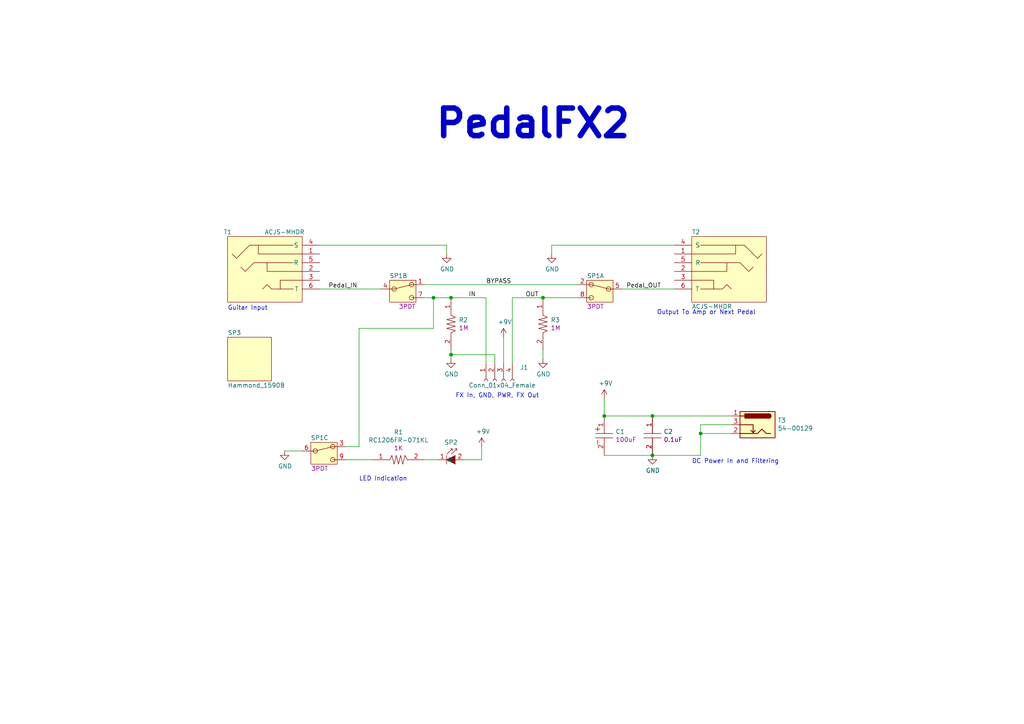
<source format=kicad_sch>
(kicad_sch (version 20230121) (generator eeschema)
  (paper "A4")
  (lib_symbols
    (symbol "PedalFX2_PedalTemp-rescue:3PDT-StompSwitch_Alt-Special" (pin_names (offset 1.016))
      (property "Reference" "SP" (at -8.89 3.81 0))
      (property "Value" "Special_3PDT-StompSwitch_Alt" (at 0 -5.08 0))
      (property "_Value_" "3PDT" (at 58.42 63.5 0))
      (symbol "3PDT-StompSwitch_Alt-Special_1_1"
        (rectangle (start -3.81 2.54) (end 3.81 -3.81) (fill (type background)))
        (circle (center -2.54 0) (radius 0.635))
        (polyline (pts (xy -2.54 0) (xy -3.81 0)))
        (polyline (pts (xy -2.54 0) (xy 2.54 1.27)))
        (polyline (pts (xy 3.81 -2.54) (xy 2.54 -2.54)))
        (polyline (pts (xy 3.81 1.27) (xy 2.54 1.27)))
        (circle (center 2.54 -2.54) (radius 0.635))
        (circle (center 2.54 1.27) (radius 0.635))
        (pin passive line (at 6.35 1.27 180) (length 2.54) (name "~") (number "2"))
        (pin passive line (at -6.35 0 0) (length 2.54) (name "~") (number "5"))
        (pin passive line (at 6.35 -2.54 180) (length 2.54) (name "~") (number "8"))
      )
      (symbol "3PDT-StompSwitch_Alt-Special_2_1"
        (rectangle (start -3.81 2.54) (end 3.81 2.54))
        (circle (center -2.54 0) (radius 0.635))
        (polyline (pts (xy -3.81 0) (xy -2.54 0)))
        (polyline (pts (xy -2.54 0) (xy 2.54 1.27)))
        (polyline (pts (xy 2.54 -2.54) (xy 3.81 -2.54)))
        (polyline (pts (xy 3.81 1.27) (xy 2.54 1.27)))
        (circle (center 2.54 -2.54) (radius 0.635))
        (circle (center 2.54 1.27) (radius 0.635))
        (rectangle (start 3.81 2.54) (end -3.81 -3.81) (fill (type background)))
        (pin passive line (at 6.35 1.27 180) (length 2.54) (name "~") (number "1"))
        (pin passive line (at -6.35 0 0) (length 2.54) (name "~") (number "4"))
        (pin passive line (at 6.35 -2.54 180) (length 2.54) (name "~") (number "7"))
      )
      (symbol "3PDT-StompSwitch_Alt-Special_3_1"
        (rectangle (start -3.81 2.54) (end 3.81 -3.81) (fill (type background)))
        (circle (center -2.54 0) (radius 0.635))
        (polyline (pts (xy -2.54 0) (xy -3.81 0)))
        (polyline (pts (xy -2.54 0) (xy 2.54 1.27)))
        (polyline (pts (xy 2.54 -2.54) (xy 3.81 -2.54)))
        (polyline (pts (xy 3.81 1.27) (xy 2.54 1.27)))
        (circle (center 2.54 -2.54) (radius 0.635))
        (circle (center 2.54 1.27) (radius 0.635))
        (pin passive line (at 6.35 1.27 180) (length 2.54) (name "~") (number "3"))
        (pin passive line (at -6.35 0 0) (length 2.54) (name "~") (number "6"))
        (pin passive line (at 6.35 -2.54 180) (length 2.54) (name "~") (number "9"))
      )
    )
    (symbol "PedalFX2_PedalTemp-rescue:54-00129-Connectors" (pin_names (offset 1.016))
      (property "Reference" "T" (at -5.08 5.08 0))
      (property "Value" "Connectors_54-00129" (at 0 -5.08 0))
      (symbol "54-00129-Connectors_1_1"
        (rectangle (start -5.08 3.81) (end 5.08 -3.81) (stroke (width 0.254)) (fill (type background)))
        (arc (start -3.302 3.175) (mid -3.9343 2.54) (end -3.302 1.905) (stroke (width 0.254)))
        (arc (start -3.302 3.175) (mid -3.9343 2.54) (end -3.302 1.905) (stroke (width 0.254)) (fill (type outline)))
        (polyline (pts (xy 1.27 -2.286) (xy 1.905 -1.651)) (stroke (width 0.254)))
        (polyline (pts (xy 5.08 2.54) (xy 3.81 2.54)) (stroke (width 0.254)))
        (polyline (pts (xy 5.08 0) (xy 1.27 0) (xy 1.27 -2.286) (xy 0.635 -1.651)) (stroke (width 0.254)))
        (polyline (pts (xy -3.81 -2.54) (xy -2.54 -2.54) (xy -1.27 -1.27) (xy 0 -2.54) (xy 2.54 -2.54) (xy 5.08 -2.54)) (stroke (width 0.254)))
        (rectangle (start 3.683 3.175) (end -3.302 1.905) (stroke (width 0.254)) (fill (type outline)))
        (pin passive line (at 7.62 2.54 180) (length 2.54) (name "~") (number "1"))
        (pin passive line (at 7.62 -2.54 180) (length 2.54) (name "~") (number "2"))
        (pin passive line (at 7.62 0 180) (length 2.54) (name "~") (number "3"))
      )
    )
    (symbol "PedalFX2_PedalTemp-rescue:ACJS-MHDR-Connectors" (pin_names (offset 1.016))
      (property "Reference" "T" (at 0 40.64 0))
      (property "Value" "Connectors_ACJS-MHDR" (at 3.81 43.18 0))
      (symbol "ACJS-MHDR-Connectors_0_1"
        (rectangle (start -21.59 5.08) (end 0 -13.97) (fill (type background)))
        (polyline (pts (xy -20.32 0) (xy -19.05 -1.27)))
        (polyline (pts (xy -11.43 -10.16) (xy -11.43 -10.16)))
        (polyline (pts (xy -10.16 -8.89) (xy -11.43 -10.16)))
        (polyline (pts (xy -6.35 -10.16) (xy -6.35 -7.62)))
        (polyline (pts (xy 0 -7.62) (xy -6.35 -7.62)))
        (polyline (pts (xy -2.54 -10.16) (xy -8.89 -10.16) (xy -10.16 -8.89)))
        (polyline (pts (xy -2.54 2.54) (xy -15.24 2.54) (xy -19.05 -1.27)))
        (polyline (pts (xy 0 -5.08) (xy -10.16 -5.08) (xy -10.16 -2.54)))
        (polyline (pts (xy 0 0) (xy -12.7 0) (xy -12.7 2.54)))
        (polyline (pts (xy -2.54 -2.54) (xy -13.97 -2.54) (xy -16.51 -5.08) (xy -17.78 -3.81)))
      )
      (symbol "ACJS-MHDR-Connectors_1_1"
        (pin passive line (at 5.08 0 180) (length 5.08) (name "~") (number "1"))
        (pin passive line (at 5.08 -5.08 180) (length 5.08) (name "~") (number "2"))
        (pin passive line (at 5.08 -7.62 180) (length 5.08) (name "~") (number "3"))
        (pin passive line (at 5.08 2.54 180) (length 5.08) (name "S") (number "4"))
        (pin passive line (at 5.08 -2.54 180) (length 5.08) (name "R") (number "5"))
        (pin passive line (at 5.08 -10.16 180) (length 5.08) (name "T") (number "6"))
      )
    )
    (symbol "PedalFX2_PedalTemp-rescue:CL21B104KCFNNNE-AVR-KiCAD-Lib-Capacitors" (pin_names (offset 1.016))
      (property "Reference" "C" (at -2.54 2.54 0))
      (property "_Value_" "0.1uF" (at 58.42 63.5 0))
      (symbol "CL21B104KCFNNNE-AVR-KiCAD-Lib-Capacitors_1_1"
        (polyline (pts (xy 0 2.54) (xy 0 -2.54)))
        (polyline (pts (xy 1.27 2.54) (xy 1.27 -2.54)))
        (pin input line (at -5.08 0 0) (length 5.08) (name "~") (number "1"))
        (pin input line (at 6.35 0 180) (length 5.08) (name "~") (number "2"))
      )
    )
    (symbol "PedalFX2_PedalTemp-rescue:Conn_01x04_Female-Connector" (pin_names (offset 1.016) hide)
      (property "Reference" "J" (at 0 5.08 0))
      (property "Value" "Connector_Conn_01x04_Female" (at 0 -7.62 0))
      (symbol "Conn_01x04_Female-Connector_1_1"
        (arc (start 0 -4.572) (mid -0.5058 -5.08) (end 0 -5.588) (stroke (width 0.1524)))
        (arc (start 0 -2.032) (mid -0.5058 -2.54) (end 0 -3.048) (stroke (width 0.1524)))
        (polyline (pts (xy -1.27 -5.08) (xy -0.508 -5.08)) (stroke (width 0.1524)))
        (polyline (pts (xy -1.27 -2.54) (xy -0.508 -2.54)) (stroke (width 0.1524)))
        (polyline (pts (xy -1.27 0) (xy -0.508 0)) (stroke (width 0.1524)))
        (polyline (pts (xy -1.27 2.54) (xy -0.508 2.54)) (stroke (width 0.1524)))
        (arc (start 0 0.508) (mid -0.5058 0) (end 0 -0.508) (stroke (width 0.1524)))
        (arc (start 0 3.048) (mid -0.5058 2.54) (end 0 2.032) (stroke (width 0.1524)))
        (pin passive line (at -5.08 2.54 0) (length 3.81) (name "Pin_1") (number "1"))
        (pin passive line (at -5.08 0 0) (length 3.81) (name "Pin_2") (number "2"))
        (pin passive line (at -5.08 -2.54 0) (length 3.81) (name "Pin_3") (number "3"))
        (pin passive line (at -5.08 -5.08 0) (length 3.81) (name "Pin_4") (number "4"))
      )
    )
    (symbol "PedalFX2_PedalTemp-rescue:HLMP-4700-C0002-Special" (pin_names (offset 1.016))
      (property "Reference" "SP" (at -2.54 2.54 0))
      (property "Value" "Special_HLMP-4700-C0002" (at 1.27 5.08 0))
      (symbol "HLMP-4700-C0002-Special_0_1"
        (polyline (pts (xy 1.651 3.175) (xy 1.143 3.175)))
      )
      (symbol "HLMP-4700-C0002-Special_1_1"
        (polyline (pts (xy -1.27 1.27) (xy -1.27 -1.27)) (stroke (width 0.1524)))
        (polyline (pts (xy 0.127 1.651) (xy 1.651 3.175) (xy 1.651 2.667)))
        (polyline (pts (xy 1.27 1.27) (xy -1.27 0) (xy 1.27 -1.27)) (fill (type outline)))
        (polyline (pts (xy -1.143 1.651) (xy 0.381 3.175) (xy 0.381 2.667) (xy 0.381 3.175) (xy -0.127 3.175)))
        (pin passive line (at -3.81 0 0) (length 2.54) (name "K") (number "1"))
        (pin passive line (at 3.81 0 180) (length 2.54) (name "A") (number "2"))
      )
    )
    (symbol "PedalFX2_PedalTemp-rescue:Hammond_1590B-Special" (pin_names (offset 1.016))
      (property "Reference" "SP" (at 1.27 1.27 0))
      (property "Value" "Special_Hammond_1590B" (at 7.62 -13.97 0))
      (symbol "Hammond_1590B-Special_0_1"
        (rectangle (start 0 0) (end 12.7 -12.7) (fill (type background)))
      )
    )
    (symbol "PedalFX2_PedalTemp-rescue:RC1206FR-071KL-Resistors" (pin_names (offset 1.016))
      (property "Reference" "R" (at -2.54 2.54 0))
      (property "Value" "Resistors_RC1206FR-071KL" (at 1.27 5.08 0))
      (property "_Value_" "1K" (at 58.42 63.5 0))
      (symbol "RC1206FR-071KL-Resistors_1_1"
        (polyline (pts (xy -2.54 0) (xy -1.905 1.27) (xy -1.27 -1.27) (xy -0.635 1.27) (xy 0 -1.27) (xy 0.635 1.27) (xy 1.27 -1.27) (xy 1.905 1.27) (xy 2.54 0)))
        (pin passive line (at -7.62 0 0) (length 5.08) (name "~") (number "1"))
        (pin passive line (at 7.62 0 180) (length 5.08) (name "~") (number "2"))
      )
    )
    (symbol "PedalFX2_PedalTemp-rescue:RC1206FR-071ML-Resistors" (pin_names (offset 1.016))
      (property "Reference" "R" (at -2.54 2.54 0))
      (property "Value" "Resistors_RC1206FR-071ML" (at 1.27 5.08 0))
      (property "_Value_" "1M" (at 58.42 63.5 0))
      (symbol "RC1206FR-071ML-Resistors_1_1"
        (polyline (pts (xy -2.54 0) (xy -1.905 1.27) (xy -1.27 -1.27) (xy -0.635 1.27) (xy 0 -1.27) (xy 0.635 1.27) (xy 1.27 -1.27) (xy 1.905 1.27) (xy 2.54 0)))
        (pin passive line (at -7.62 0 0) (length 5.08) (name "~") (number "1"))
        (pin passive line (at 7.62 0 180) (length 5.08) (name "~") (number "2"))
      )
    )
    (symbol "PedalFX2_PedalTemp-rescue:UFW1H101MPD-AVR-KiCAD-Lib-Capacitors" (pin_names (offset 1.016))
      (property "Reference" "C" (at -2.54 2.54 0))
      (property "_Value_" "100uF" (at 58.42 63.5 0))
      (symbol "UFW1H101MPD-AVR-KiCAD-Lib-Capacitors_0_1"
        (polyline (pts (xy -1.27 -1.27) (xy -1.27 -2.54)))
        (polyline (pts (xy -0.635 -1.905) (xy -1.905 -1.905)))
        (polyline (pts (xy 1.905 -1.905) (xy 3.175 -1.905)))
      )
      (symbol "UFW1H101MPD-AVR-KiCAD-Lib-Capacitors_1_1"
        (polyline (pts (xy 0 2.54) (xy 0 -2.54)))
        (polyline (pts (xy 1.27 2.54) (xy 1.27 -2.54)))
        (pin input line (at -5.08 0 0) (length 5.08) (name "~") (number "1"))
        (pin input line (at 6.35 0 180) (length 5.08) (name "~") (number "2"))
      )
    )
    (symbol "power:+9V" (power) (pin_names (offset 0))
      (property "Value" "+9V" (at 0 3.556 0))
      (symbol "+9V_0_1"
        (polyline (pts (xy -0.762 1.27) (xy 0 2.54)))
        (polyline (pts (xy 0 0) (xy 0 2.54)))
        (polyline (pts (xy 0 2.54) (xy 0.762 1.27)))
      )
      (symbol "+9V_1_1"
        (pin power_in line (at 0 0 90) (length 0) hide (name "+9V") (number "1"))
      )
    )
    (symbol "power:GND" (power) (pin_names (offset 0))
      (property "Value" "GND" (at 0 -3.81 0))
      (symbol "GND_0_1"
        (polyline (pts (xy 0 0) (xy 0 -1.27) (xy 1.27 -1.27) (xy 0 -2.54) (xy -1.27 -1.27) (xy 0 -1.27)))
      )
      (symbol "GND_1_1"
        (pin power_in line (at 0 0 270) (length 0) hide (name "GND") (number "1"))
      )
    )
  )
  (junction (at 175.26 120.65))
  (junction (at 189.23 132.08))
  (junction (at 189.23 120.65))
  (junction (at 125.73 86.36))
  (junction (at 130.81 102.87))
  (junction (at 203.2 125.73))
  (junction (at 130.81 86.36))
  (junction (at 157.48 86.36))
  (wire (pts (xy 203.2 125.73) (xy 203.2 132.08)))
  (wire (pts (xy 212.09 123.19) (xy 203.2 123.19)))
  (wire (pts (xy 125.73 95.25) (xy 125.73 86.36)))
  (wire (pts (xy 87.63 130.81) (xy 82.55 130.81)))
  (wire (pts (xy 123.19 133.35) (xy 127 133.35)))
  (wire (pts (xy 130.81 86.36) (xy 140.97 86.36)))
  (wire (pts (xy 139.7 129.54) (xy 139.7 133.35)))
  (wire (pts (xy 139.7 133.35) (xy 134.62 133.35)))
  (wire (pts (xy 123.19 86.36) (xy 125.73 86.36)))
  (wire (pts (xy 175.26 115.57) (xy 175.26 120.65)))
  (wire (pts (xy 140.97 86.36) (xy 140.97 105.41)))
  (wire (pts (xy 104.14 129.54) (xy 104.14 95.25)))
  (wire (pts (xy 212.09 125.73) (xy 203.2 125.73)))
  (wire (pts (xy 203.2 132.08) (xy 189.23 132.08)))
  (wire (pts (xy 195.58 71.12) (xy 160.02 71.12)))
  (wire (pts (xy 160.02 71.12) (xy 160.02 73.66)))
  (wire (pts (xy 148.59 105.41) (xy 148.59 86.36)))
  (wire (pts (xy 143.51 105.41) (xy 143.51 102.87)))
  (wire (pts (xy 125.73 86.36) (xy 130.81 86.36)))
  (wire (pts (xy 157.48 86.36) (xy 167.64 86.36)))
  (wire (pts (xy 104.14 95.25) (xy 125.73 95.25)))
  (wire (pts (xy 143.51 102.87) (xy 130.81 102.87)))
  (wire (pts (xy 130.81 104.14) (xy 130.81 102.87)))
  (wire (pts (xy 195.58 83.82) (xy 180.34 83.82)))
  (wire (pts (xy 175.26 132.08) (xy 189.23 132.08)))
  (wire (pts (xy 110.49 83.82) (xy 92.71 83.82)))
  (wire (pts (xy 189.23 120.65) (xy 175.26 120.65)))
  (wire (pts (xy 148.59 86.36) (xy 157.48 86.36)))
  (wire (pts (xy 100.33 133.35) (xy 107.95 133.35)))
  (wire (pts (xy 157.48 101.6) (xy 157.48 104.14)))
  (wire (pts (xy 189.23 120.65) (xy 212.09 120.65)))
  (wire (pts (xy 100.33 129.54) (xy 104.14 129.54)))
  (wire (pts (xy 146.05 97.79) (xy 146.05 105.41)))
  (wire (pts (xy 92.71 71.12) (xy 129.54 71.12)))
  (wire (pts (xy 203.2 123.19) (xy 203.2 125.73)))
  (wire (pts (xy 123.19 82.55) (xy 167.64 82.55)))
  (wire (pts (xy 130.81 102.87) (xy 130.81 101.6)))
  (wire (pts (xy 129.54 71.12) (xy 129.54 73.66)))
  (text "LED Indication" (at 104.14 139.7 0) (effects (font (size 1.27 1.27)) (justify left bottom)))
  (text "Guitar Input" (at 66.04 90.17 0) (effects (font (size 1.27 1.27)) (justify left bottom)))
  (text "PedalFX2" (at 125.73 40.64 0) (effects (font (size 8.001 8.001) (thickness 1.6002) bold) (justify left bottom)))
  (text "FX In, GND, PWR, FX Out" (at 132.08 115.57 0) (effects (font (size 1.27 1.27)) (justify left bottom)))
  (text "DC Power In and Filtering" (at 200.66 134.62 0) (effects (font (size 1.27 1.27)) (justify left bottom)))
  (text "Output To Amp or Next Pedal" (at 190.5 91.44 0) (effects (font (size 1.27 1.27)) (justify left bottom)))
  (label "Pedal_OUT" (at 181.61 83.82 0))
  (label "OUT" (at 152.4 86.36 0))
  (label "Pedal_IN" (at 95.25 83.82 0))
  (label "IN" (at 135.89 86.36 0))
  (label "BYPASS" (at 140.97 82.55 0))
  (symbol (lib_id "PedalFX2_PedalTemp-rescue:3PDT-StompSwitch_Alt-Special") (at 173.99 83.82 0) (mirror y) (unit 1)
    (property "Reference" "SP1" (at 172.72 80.01 0))
    (property "Value" "3PDT-StompSwitch_Alt" (effects hide))
    (property "Footprint" "AVR-KiCAD-Lib-Special:Switches_Stomp_Switch_3PDT" (effects hide))
    (property "Cost QTY: 1" "*" (effects hide))
    (property "Cost QTY: 1000" "*" (effects hide))
    (property "Cost QTY: 2500" "*" (effects hide))
    (property "Cost QTY: 5000" "*" (effects hide))
    (property "Cost QTY: 10000" "*" (effects hide))
    (property "MFR" "*" (effects hide))
    (property "MFR#" "*" (effects hide))
    (property "Vendor" "*" (effects hide))
    (property "Vendor #" "*" (effects hide))
    (property "Designer" "*" (effects hide))
    (property "Height" "*" (effects hide))
    (property "Date Created" "4/28/2019" (effects hide))
    (property "Date Modified" "4/28/2019" (effects hide))
    (property "Lead-Free ?" "*" (effects hide))
    (property "RoHS Levels" "*" (effects hide))
    (property "Mounting" "*" (effects hide))
    (property "Pin Count #" "*" (effects hide))
    (property "Status" "*" (effects hide))
    (property "Tolerance" "*" (effects hide))
    (property "Type" "*" (effects hide))
    (property "Voltage" "*" (effects hide))
    (property "Package" "*" (effects hide))
    (property "Description" "*" (effects hide))
    (property "_Value_" "3PDT" (at 172.72 88.9 0))
    (property "Management_ID" "*" (effects hide))
  )
  (symbol (lib_id "PedalFX2_PedalTemp-rescue:3PDT-StompSwitch_Alt-Special") (at 116.84 83.82 0) (unit 2)
    (property "Reference" "SP1" (at 115.57 80.01 0))
    (property "Value" "3PDT-StompSwitch_Alt" (effects hide))
    (property "Footprint" "AVR-KiCAD-Lib-Special:Switches_Stomp_Switch_3PDT" (effects hide))
    (property "Cost QTY: 1" "*" (effects hide))
    (property "Cost QTY: 1000" "*" (effects hide))
    (property "Cost QTY: 2500" "*" (effects hide))
    (property "Cost QTY: 5000" "*" (effects hide))
    (property "Cost QTY: 10000" "*" (effects hide))
    (property "MFR" "*" (effects hide))
    (property "MFR#" "*" (effects hide))
    (property "Vendor" "*" (effects hide))
    (property "Vendor #" "*" (effects hide))
    (property "Designer" "*" (effects hide))
    (property "Height" "*" (effects hide))
    (property "Date Created" "4/28/2019" (effects hide))
    (property "Date Modified" "4/28/2019" (effects hide))
    (property "Lead-Free ?" "*" (effects hide))
    (property "RoHS Levels" "*" (effects hide))
    (property "Mounting" "*" (effects hide))
    (property "Pin Count #" "*" (effects hide))
    (property "Status" "*" (effects hide))
    (property "Tolerance" "*" (effects hide))
    (property "Type" "*" (effects hide))
    (property "Voltage" "*" (effects hide))
    (property "Package" "*" (effects hide))
    (property "Description" "*" (effects hide))
    (property "_Value_" "3PDT" (at 118.11 88.9 0))
    (property "Management_ID" "*" (effects hide))
  )
  (symbol (lib_id "PedalFX2_PedalTemp-rescue:3PDT-StompSwitch_Alt-Special") (at 93.98 130.81 0) (unit 3)
    (property "Reference" "SP1" (at 92.71 127 0))
    (property "Value" "3PDT-StompSwitch_Alt" (effects hide))
    (property "Footprint" "AVR-KiCAD-Lib-Special:Switches_Stomp_Switch_3PDT" (effects hide))
    (property "Cost QTY: 1" "*" (effects hide))
    (property "Cost QTY: 1000" "*" (effects hide))
    (property "Cost QTY: 2500" "*" (effects hide))
    (property "Cost QTY: 5000" "*" (effects hide))
    (property "Cost QTY: 10000" "*" (effects hide))
    (property "MFR" "*" (effects hide))
    (property "MFR#" "*" (effects hide))
    (property "Vendor" "*" (effects hide))
    (property "Vendor #" "*" (effects hide))
    (property "Designer" "*" (effects hide))
    (property "Height" "*" (effects hide))
    (property "Date Created" "4/28/2019" (effects hide))
    (property "Date Modified" "4/28/2019" (effects hide))
    (property "Lead-Free ?" "*" (effects hide))
    (property "RoHS Levels" "*" (effects hide))
    (property "Mounting" "*" (effects hide))
    (property "Pin Count #" "*" (effects hide))
    (property "Status" "*" (effects hide))
    (property "Tolerance" "*" (effects hide))
    (property "Type" "*" (effects hide))
    (property "Voltage" "*" (effects hide))
    (property "Package" "*" (effects hide))
    (property "Description" "*" (effects hide))
    (property "_Value_" "3PDT" (at 92.71 135.89 0))
    (property "Management_ID" "*" (effects hide))
  )
  (symbol (lib_id "power:GND") (at 129.54 73.66 0) (unit 1)
    (property "Reference" "#PWR02" (effects hide))
    (property "Value" "GND" (at 129.667 78.0542 0))
  )
  (symbol (lib_id "power:GND") (at 160.02 73.66 0) (unit 1)
    (property "Reference" "#PWR07" (effects hide))
    (property "Value" "GND" (at 160.147 78.0542 0))
  )
  (symbol (lib_id "PedalFX2_PedalTemp-rescue:Conn_01x04_Female-Connector") (at 143.51 110.49 90) (mirror x) (unit 1)
    (property "Reference" "J1" (at 150.8252 106.5784 90) (effects (justify right)))
    (property "Value" "Conn_01x04_Female" (at 135.89 111.76 90) (effects (justify right)))
    (property "Footprint" "Connector_PinHeader_2.54mm:PinHeader_1x04_P2.54mm_Vertical" (effects hide))
  )
  (symbol (lib_id "PedalFX2_PedalTemp-rescue:RC1206FR-071ML-Resistors") (at 130.81 93.98 270) (unit 1)
    (property "Reference" "R2" (at 133.0452 92.8116 90) (effects (justify left)))
    (property "Value" "RC1206FR-071ML" (effects hide))
    (property "Footprint" "AVR-KiCAD-Lib-Resistors:R1206" (effects hide))
    (property "Datasheet" "http://www.yageo.com/documents/recent/PYu-RC_Group_51_RoHS_L_10.pdf" (effects hide))
    (property "Cost QTY: 1" "0.100" (effects hide))
    (property "Cost QTY: 1000" "0.01480" (effects hide))
    (property "Cost QTY: 2500" "0.01300" (effects hide))
    (property "Cost QTY: 5000" "*" (effects hide))
    (property "Cost QTY: 10000" "*" (effects hide))
    (property "MFR" "Yageo" (effects hide))
    (property "MFR#" "RC1206FR-071ML" (effects hide))
    (property "Vendor" "Digikey" (effects hide))
    (property "Vendor #" "311-1.00MFRCT-ND" (effects hide))
    (property "Designer" "AVR" (effects hide))
    (property "Height" "0.65mm" (effects hide))
    (property "Date Created" "4/28/2019" (effects hide))
    (property "Date Modified" "4/28/2019" (effects hide))
    (property "Lead-Free ?" "Yes" (effects hide))
    (property "RoHS Levels" "1" (effects hide))
    (property "Mounting" "SMT" (effects hide))
    (property "Pin Count #" "2" (effects hide))
    (property "Status" "Active" (effects hide))
    (property "Tolerance" "1%" (effects hide))
    (property "Type" "SMT Chip Resistor" (effects hide))
    (property "Voltage" "*" (effects hide))
    (property "Package" "1206" (effects hide))
    (property "_Value_" "1M" (at 133.0452 95.123 90) (effects (justify left)))
    (property "Management_ID" "*" (effects hide))
    (property "Description" "RES SMD 1M OHM 1% 1/4W 1206" (effects hide))
  )
  (symbol (lib_id "PedalFX2_PedalTemp-rescue:RC1206FR-071ML-Resistors") (at 157.48 93.98 270) (unit 1)
    (property "Reference" "R3" (at 159.7152 92.8116 90) (effects (justify left)))
    (property "Value" "RC1206FR-071ML" (effects hide))
    (property "Footprint" "AVR-KiCAD-Lib-Resistors:R1206" (effects hide))
    (property "Datasheet" "http://www.yageo.com/documents/recent/PYu-RC_Group_51_RoHS_L_10.pdf" (effects hide))
    (property "Cost QTY: 1" "0.100" (effects hide))
    (property "Cost QTY: 1000" "0.01480" (effects hide))
    (property "Cost QTY: 2500" "0.01300" (effects hide))
    (property "Cost QTY: 5000" "*" (effects hide))
    (property "Cost QTY: 10000" "*" (effects hide))
    (property "MFR" "Yageo" (effects hide))
    (property "MFR#" "RC1206FR-071ML" (effects hide))
    (property "Vendor" "Digikey" (effects hide))
    (property "Vendor #" "311-1.00MFRCT-ND" (effects hide))
    (property "Designer" "AVR" (effects hide))
    (property "Height" "0.65mm" (effects hide))
    (property "Date Created" "4/28/2019" (effects hide))
    (property "Date Modified" "4/28/2019" (effects hide))
    (property "Lead-Free ?" "Yes" (effects hide))
    (property "RoHS Levels" "1" (effects hide))
    (property "Mounting" "SMT" (effects hide))
    (property "Pin Count #" "2" (effects hide))
    (property "Status" "Active" (effects hide))
    (property "Tolerance" "1%" (effects hide))
    (property "Type" "SMT Chip Resistor" (effects hide))
    (property "Voltage" "*" (effects hide))
    (property "Package" "1206" (effects hide))
    (property "_Value_" "1M" (at 159.7152 95.123 90) (effects (justify left)))
    (property "Management_ID" "*" (effects hide))
    (property "Description" "RES SMD 1M OHM 1% 1/4W 1206" (effects hide))
  )
  (symbol (lib_id "power:GND") (at 157.48 104.14 0) (unit 1)
    (property "Reference" "#PWR06" (effects hide))
    (property "Value" "GND" (at 157.607 108.5342 0))
  )
  (symbol (lib_id "power:GND") (at 130.81 104.14 0) (unit 1)
    (property "Reference" "#PWR03" (effects hide))
    (property "Value" "GND" (at 130.937 108.5342 0))
  )
  (symbol (lib_id "power:+9V") (at 146.05 97.79 0) (unit 1)
    (property "Reference" "#PWR05" (effects hide))
    (property "Value" "+9V" (at 146.431 93.3958 0))
  )
  (symbol (lib_id "PedalFX2_PedalTemp-rescue:RC1206FR-071KL-Resistors") (at 115.57 133.35 0) (unit 1)
    (property "Reference" "R1" (at 115.57 125.349 0))
    (property "Value" "RC1206FR-071KL" (at 115.57 127.6604 0))
    (property "Footprint" "AVR-KiCAD-Lib-Resistors:R1206" (effects hide))
    (property "Datasheet" "http://www.yageo.com/documents/recent/PYu-RC_Group_51_RoHS_L_10.pdf" (effects hide))
    (property "Cost QTY: 1" "0.10" (effects hide))
    (property "Cost QTY: 1000" "0.01480" (effects hide))
    (property "Cost QTY: 2500" "0.01300" (effects hide))
    (property "Cost QTY: 5000" "*" (effects hide))
    (property "Cost QTY: 10000" "*" (effects hide))
    (property "MFR" "Yageo" (effects hide))
    (property "MFR#" "RC1206FR-071KL" (effects hide))
    (property "Vendor" "Digikey" (effects hide))
    (property "Vendor #" "311-1.00KFRCT-ND" (effects hide))
    (property "Designer" "AVR" (effects hide))
    (property "Height" "0.65mm" (effects hide))
    (property "Date Created" "4/28/2019" (effects hide))
    (property "Date Modified" "4/28/2019" (effects hide))
    (property "Lead-Free ?" "Yes" (effects hide))
    (property "RoHS Levels" "1" (effects hide))
    (property "Mounting" "SMT" (effects hide))
    (property "Pin Count #" "2" (effects hide))
    (property "Status" "Active" (effects hide))
    (property "Tolerance" "1%" (effects hide))
    (property "Type" "SMT Chip Resistor" (effects hide))
    (property "Voltage" "*" (effects hide))
    (property "Package" "1206" (effects hide))
    (property "_Value_" "1K" (at 115.57 129.9718 0))
    (property "Management_ID" "*" (effects hide))
    (property "Description" "RES SMD 1K OHM 1% 1/4W 1206" (effects hide))
  )
  (symbol (lib_id "PedalFX2_PedalTemp-rescue:HLMP-4700-C0002-Special") (at 130.81 133.35 0) (unit 1)
    (property "Reference" "SP2" (at 130.81 128.2954 0))
    (property "Value" "HLMP-4700-C0002" (effects hide))
    (property "Footprint" "AVR-KiCAD-Lib-Diodesl:LED_D5.0mm" (effects hide))
    (property "Datasheet" "https://docs.broadcom.com/docs/AV02-1557EN" (effects hide))
    (property "Cost QTY: 1" "0.61000" (effects hide))
    (property "Cost QTY: 1000" "*" (effects hide))
    (property "Cost QTY: 2500" "*" (effects hide))
    (property "Cost QTY: 5000" "*" (effects hide))
    (property "Cost QTY: 10000" "*" (effects hide))
    (property "MFR" "Broadcom" (effects hide))
    (property "MFR#" "HLMP-4700-C0002" (effects hide))
    (property "Vendor" "Digikey" (effects hide))
    (property "Vendor #" "516-2483-1-ND" (effects hide))
    (property "Designer" "AVR" (effects hide))
    (property "Height" "9.19mm" (effects hide))
    (property "Date Created" "4/29/2019" (effects hide))
    (property "Date Modified" "4/29/2019" (effects hide))
    (property "Lead-Free ?" "Yes" (effects hide))
    (property "RoHS Levels" "1" (effects hide))
    (property "Mounting" "ThroughHole" (effects hide))
    (property "Pin Count #" "2" (effects hide))
    (property "Status" "Active" (effects hide))
    (property "Tolerance" "*" (effects hide))
    (property "Type" "LED ThroughHole" (effects hide))
    (property "Voltage" "1.7V" (effects hide))
    (property "Package" "5mm" (effects hide))
    (property "Description" "LED RED DIFFUSED T-1 3/4 T/H" (effects hide))
    (property "_Value_" "HLMP-4700-C0002" (effects hide))
    (property "Management_ID" "*" (effects hide))
  )
  (symbol (lib_id "power:+9V") (at 139.7 129.54 0) (unit 1)
    (property "Reference" "#PWR04" (effects hide))
    (property "Value" "+9V" (at 140.081 125.1458 0))
  )
  (symbol (lib_id "power:GND") (at 82.55 130.81 0) (unit 1)
    (property "Reference" "#PWR01" (effects hide))
    (property "Value" "GND" (at 82.677 135.2042 0))
  )
  (symbol (lib_id "PedalFX2_PedalTemp-rescue:CL21B104KCFNNNE-AVR-KiCAD-Lib-Capacitors") (at 189.23 125.73 270) (unit 1)
    (property "Reference" "C2" (at 192.4812 125.1966 90) (effects (justify left)))
    (property "Value" "CL21B104KCFNNNE" (effects hide))
    (property "Footprint" "AVR-KiCAD-Lib-Capacitors:C0805" (effects hide))
    (property "Datasheet" "https://www.samsungsem.com/kr/support/product-search/mlcc/__icsFiles/afieldfile/2018/07/23/CL21B104KCFNNNE.pdf" (effects hide))
    (property "Cost QTY: 1" "0.100" (effects hide))
    (property "Cost QTY: 1000" "0.01874" (effects hide))
    (property "Cost QTY: 2500" "*" (effects hide))
    (property "Cost QTY: 5000" "*" (effects hide))
    (property "Cost QTY: 10000" "*" (effects hide))
    (property "MFR" "Samsung Electro-Mechanics" (effects hide))
    (property "MFR#" "CL21B104KCFNNNE" (effects hide))
    (property "Vendor" "Digikey" (effects hide))
    (property "Vendor #" "1276-6840-1-ND" (effects hide))
    (property "Designer" "AVR" (effects hide))
    (property "Height" "1.35mm" (effects hide))
    (property "Date Created" "4/29/2019" (effects hide))
    (property "Date Modified" "4/29/2019" (effects hide))
    (property "Lead-Free ?" "Yes" (effects hide))
    (property "RoHS Levels" "1" (effects hide))
    (property "Mounting" "SMT" (effects hide))
    (property "Pin Count #" "2" (effects hide))
    (property "Status" "Active" (effects hide))
    (property "Tolerance" "10%" (effects hide))
    (property "Type" "SMT Ceramic Cap" (effects hide))
    (property "Voltage" "100V" (effects hide))
    (property "Package" "0805" (effects hide))
    (property "Description" "CAP CER 0.1UF 100V X7R 0805" (effects hide))
    (property "_Value_" "0.1uF" (at 192.4812 127.508 90) (effects (justify left)))
    (property "Management_ID" "*" (effects hide))
  )
  (symbol (lib_id "power:+9V") (at 175.26 115.57 0) (unit 1)
    (property "Reference" "#PWR08" (effects hide))
    (property "Value" "+9V" (at 175.641 111.1758 0))
  )
  (symbol (lib_id "power:GND") (at 189.23 132.08 0) (unit 1)
    (property "Reference" "#PWR09" (effects hide))
    (property "Value" "GND" (at 189.357 136.4742 0))
  )
  (symbol (lib_id "PedalFX2_PedalTemp-rescue:UFW1H101MPD-AVR-KiCAD-Lib-Capacitors") (at 175.26 125.73 270) (unit 1)
    (property "Reference" "C1" (at 178.5112 125.1966 90) (effects (justify left)))
    (property "Value" "UFW1H101MPD" (effects hide))
    (property "Footprint" "AVR-KiCAD-Lib-Capacitors:CP_Radial_D8.0mm_P3.50mm" (effects hide))
    (property "Datasheet" "http://nichicon-us.com/english/products/pdfs/e-ufw.pdf" (effects hide))
    (property "Cost QTY: 1" "0.42000" (effects hide))
    (property "Cost QTY: 1000" "0.11096" (effects hide))
    (property "Cost QTY: 2500" "0.10512" (effects hide))
    (property "Cost QTY: 5000" "0.09928" (effects hide))
    (property "Cost QTY: 10000" "*" (effects hide))
    (property "MFR" "Nichicon" (effects hide))
    (property "MFR#" "UFW1H101MPD" (effects hide))
    (property "Vendor" "Digikey" (effects hide))
    (property "Vendor #" "493-15135-ND" (effects hide))
    (property "Designer" "AVR" (effects hide))
    (property "Height" "11.50mm" (effects hide))
    (property "Date Created" "4/29/2019" (effects hide))
    (property "Date Modified" "4/29/2019" (effects hide))
    (property "Lead-Free ?" "Yes" (effects hide))
    (property "RoHS Levels" "1" (effects hide))
    (property "Mounting" "ThroughHole" (effects hide))
    (property "Pin Count #" "2" (effects hide))
    (property "Status" "Active" (effects hide))
    (property "Tolerance" "20%" (effects hide))
    (property "Type" "Alu Electrolytic Cap" (effects hide))
    (property "Voltage" "50V" (effects hide))
    (property "Package" "Radial8X11.5X3.5" (effects hide))
    (property "Description" "CAP ALUM 100UF 20% 50V RADIAL" (effects hide))
    (property "_Value_" "100uF" (at 178.5112 127.508 90) (effects (justify left)))
    (property "Management_ID" "*" (effects hide))
  )
  (symbol (lib_id "PedalFX2_PedalTemp-rescue:54-00129-Connectors") (at 219.71 123.19 0) (mirror y) (unit 1)
    (property "Reference" "T3" (at 225.552 121.92 0) (effects (justify right)))
    (property "Value" "54-00129" (at 225.552 124.2314 0) (effects (justify right)))
    (property "Footprint" "AVR-KiCAD-Lib-Connectors:BarrelJack_Horizontal" (effects hide))
    (property "Datasheet" "https://tensility.s3.amazonaws.com/uploads/pdffiles/54-00129.pdf?X-Amz-Expires=600&X-Amz-Date=20190429T194025Z&X-Amz-Algorithm=AWS4-HMAC-SHA256&X-Amz-Credential=AKIAIS2S4WRDQDSWDRZQ%2F20190429%2Fus-west-2%2Fs3%2Faws4_request&X-Amz-SignedHeaders=host&X-Amz-Signature=99ed9c1577b582c8da530602e03991aa31410fe8aa1a56b6fd76746e6c00ec53" (effects hide))
    (property "Cost QTY: 1" "0.93000" (effects hide))
    (property "Cost QTY: 1000" "0.51066" (effects hide))
    (property "Cost QTY: 2500" "0.46278" (effects hide))
    (property "Cost QTY: 5000" "*" (effects hide))
    (property "Cost QTY: 10000" "*" (effects hide))
    (property "MFR" "Tensility International Corp" (effects hide))
    (property "MFR#" "54-00129" (effects hide))
    (property "Vendor" "Digikey" (effects hide))
    (property "Vendor #" "839-1512-ND" (effects hide))
    (property "Designer" "AVR" (effects hide))
    (property "Height" "10.8mm" (effects hide))
    (property "Date Created" "4/29/2019" (effects hide))
    (property "Date Modified" "4/29/2019" (effects hide))
    (property "Lead-Free ?" "Yes" (effects hide))
    (property "RoHS Levels" "1" (effects hide))
    (property "Mounting" "ThroughHole" (effects hide))
    (property "Pin Count #" "3" (effects hide))
    (property "Status" "Active" (effects hide))
    (property "Tolerance" "*" (effects hide))
    (property "Type" "Barrel Jack Connector" (effects hide))
    (property "Voltage" "48V" (effects hide))
    (property "Package" "Barrel Jack" (effects hide))
    (property "Description" "Power Barrel Connector Jack 2.10mm ID (0.083\"), 5.50mm OD (0.217\") Through Hole, Right Angle" (effects hide))
    (property "_Value_" "54-00129" (effects hide))
    (property "Management_ID" "*" (effects hide))
  )
  (symbol (lib_id "PedalFX2_PedalTemp-rescue:Hammond_1590B-Special") (at 66.04 97.79 0) (unit 1)
    (property "Reference" "SP3" (at 66.04 96.52 0) (effects (justify left)))
    (property "Value" "Hammond_1590B" (at 66.04 111.76 0) (effects (justify left)))
    (property "Footprint" "AVR-KiCAD-Lib-Special:1590B" (effects hide))
    (property "Datasheet" "https://www.hammfg.com/electronics/small-case/diecast/1590.pdf" (effects hide))
    (property "Cost QTY: 1" "8.34000" (effects hide))
    (property "Cost QTY: 1000" "5.54610" (effects hide))
    (property "Cost QTY: 2500" "*" (effects hide))
    (property "Cost QTY: 5000" "*" (effects hide))
    (property "Cost QTY: 10000" "*" (effects hide))
    (property "MFR" "Hammond Manufacturing" (effects hide))
    (property "MFR#" "1590B" (effects hide))
    (property "Vendor" "Digikey" (effects hide))
    (property "Vendor #" "HM151-ND" (effects hide))
    (property "Designer" "AVR" (effects hide))
    (property "Height" "30.99mm" (effects hide))
    (property "Date Created" "5/9/2019" (effects hide))
    (property "Date Modified" "5/9/2019" (effects hide))
    (property "Lead-Free ?" "Yes" (effects hide))
    (property "RoHS Levels" "1" (effects hide))
    (property "Mounting" "*" (effects hide))
    (property "Pin Count #" "*" (effects hide))
    (property "Status" "*" (effects hide))
    (property "Tolerance" "*" (effects hide))
    (property "Type" "Enclosure, Cast Aluminum" (effects hide))
    (property "Voltage" "*" (effects hide))
    (property "Package" "*" (effects hide))
    (property "Description" "BOX ALUM UNPAINTED 4.41\"LX2.38\"W" (effects hide))
    (property "_Value_" "1590B" (effects hide))
    (property "Management_ID" "*" (effects hide))
  )
  (symbol (lib_id "PedalFX2_PedalTemp-rescue:ACJS-MHDR-Connectors") (at 87.63 73.66 0) (unit 1)
    (property "Reference" "T1" (at 66.04 67.31 0))
    (property "Value" "ACJS-MHDR" (at 82.55 67.31 0))
    (property "Footprint" "AVR-KiCAD-Lib-Connectors:ACJS-MHDR" (effects hide))
    (property "Cost QTY: 1" "1.41000" (effects hide))
    (property "Cost QTY: 1000" "0.81420" (effects hide))
    (property "Cost QTY: 2500" "0.74520" (effects hide))
    (property "Cost QTY: 5000" "*" (effects hide))
    (property "Cost QTY: 10000" "*" (effects hide))
    (property "MFR" "Amphenol Sine Systems Corp" (effects hide))
    (property "MFR#" "ACJS-MHDR" (effects hide))
    (property "Vendor" "Digikey" (effects hide))
    (property "Vendor #" "889-1817-ND" (effects hide))
    (property "Designer" "AVR" (effects hide))
    (property "Height" "12.7mm" (effects hide))
    (property "Date Created" "1/5/2019" (effects hide))
    (property "Date Modified" "1/5/2019" (effects hide))
    (property "Lead-Free ?" "Yes" (effects hide))
    (property "RoHS Levels" "RoHS 1" (effects hide))
    (property "Mounting" "ThroughHole" (effects hide))
    (property "Pin Count #" "6" (effects hide))
    (property "Status" "Active" (effects hide))
    (property "Tolerance" "*" (effects hide))
    (property "Type" "TRS Connector 6.35mm" (effects hide))
    (property "Voltage" "*" (effects hide))
    (property "Package" "*" (effects hide))
    (property "Description" "CONN JACK STEREO 1/4\" R/A" (effects hide))
    (property "_Value_" "ACJS-MHDR" (effects hide))
    (property "Management_ID" "*" (effects hide))
  )
  (symbol (lib_id "PedalFX2_PedalTemp-rescue:ACJS-MHDR-Connectors") (at 200.66 73.66 0) (mirror y) (unit 1)
    (property "Reference" "T2" (at 200.66 67.31 0) (effects (justify right)))
    (property "Value" "ACJS-MHDR" (at 200.66 88.9 0) (effects (justify right)))
    (property "Footprint" "AVR-KiCAD-Lib-Connectors:ACJS-MHDR" (effects hide))
    (property "Cost QTY: 1" "1.41000" (effects hide))
    (property "Cost QTY: 1000" "0.81420" (effects hide))
    (property "Cost QTY: 2500" "0.74520" (effects hide))
    (property "Cost QTY: 5000" "*" (effects hide))
    (property "Cost QTY: 10000" "*" (effects hide))
    (property "MFR" "Amphenol Sine Systems Corp" (effects hide))
    (property "MFR#" "ACJS-MHDR" (effects hide))
    (property "Vendor" "Digikey" (effects hide))
    (property "Vendor #" "889-1817-ND" (effects hide))
    (property "Designer" "AVR" (effects hide))
    (property "Height" "12.7mm" (effects hide))
    (property "Date Created" "1/5/2019" (effects hide))
    (property "Date Modified" "1/5/2019" (effects hide))
    (property "Lead-Free ?" "Yes" (effects hide))
    (property "RoHS Levels" "RoHS 1" (effects hide))
    (property "Mounting" "ThroughHole" (effects hide))
    (property "Pin Count #" "6" (effects hide))
    (property "Status" "Active" (effects hide))
    (property "Tolerance" "*" (effects hide))
    (property "Type" "TRS Connector 6.35mm" (effects hide))
    (property "Voltage" "*" (effects hide))
    (property "Package" "*" (effects hide))
    (property "Description" "CONN JACK STEREO 1/4\" R/A" (effects hide))
    (property "_Value_" "ACJS-MHDR" (effects hide))
    (property "Management_ID" "*" (effects hide))
  )
)
</source>
